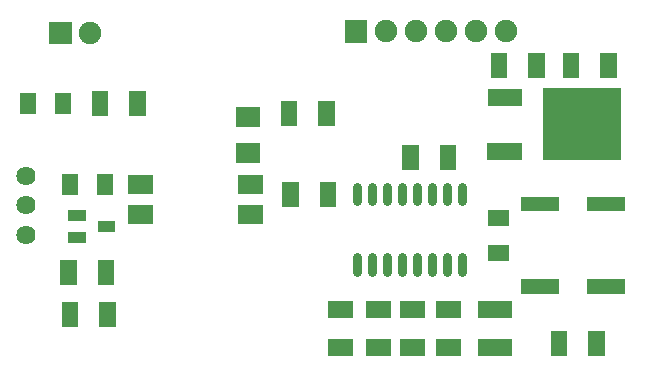
<source format=gts>
G04 Layer: TopSolderMaskLayer*
G04 EasyEDA v6.4.31, 2022-02-13 10:25:38*
G04 2d099072909c4d34a2351a6f0d7baa55,7002fc846d7841648ca5f2fac868b397,10*
G04 Gerber Generator version 0.2*
G04 Scale: 100 percent, Rotated: No, Reflected: No *
G04 Dimensions in millimeters *
G04 leading zeros omitted , absolute positions ,4 integer and 5 decimal *
%FSLAX45Y45*%
%MOMM*%

%ADD33C,0.8032*%
%ADD44C,1.9016*%
%ADD46C,1.6256*%

%LPD*%
D33*
X4940300Y7679380D02*
G01*
X4940300Y7799379D01*
X4813300Y7679380D02*
G01*
X4813300Y7799379D01*
X4686300Y7679380D02*
G01*
X4686300Y7799379D01*
X4559300Y7679380D02*
G01*
X4559300Y7799379D01*
X4432300Y7679380D02*
G01*
X4432300Y7799379D01*
X4305300Y7679380D02*
G01*
X4305300Y7799379D01*
X4178300Y7679380D02*
G01*
X4178300Y7799379D01*
X4051300Y7679380D02*
G01*
X4051300Y7799379D01*
X4940300Y7085020D02*
G01*
X4940300Y7205019D01*
X4813300Y7085020D02*
G01*
X4813300Y7205019D01*
X4686300Y7085020D02*
G01*
X4686300Y7205019D01*
X4559300Y7085020D02*
G01*
X4559300Y7205019D01*
X4432300Y7085020D02*
G01*
X4432300Y7205019D01*
X4305300Y7085020D02*
G01*
X4305300Y7205019D01*
X4178300Y7085020D02*
G01*
X4178300Y7205019D01*
X4051300Y7085020D02*
G01*
X4051300Y7205019D01*
G36*
X1491995Y8418829D02*
G01*
X1491995Y8599170D01*
X1623060Y8599170D01*
X1623060Y8418829D01*
G37*
G36*
X1196339Y8418829D02*
G01*
X1196339Y8599170D01*
X1327404Y8599170D01*
X1327404Y8418829D01*
G37*
G36*
X3402075Y8314944D02*
G01*
X3402075Y8525255D01*
X3542284Y8525255D01*
X3542284Y8314944D01*
G37*
G36*
X3722115Y8314944D02*
G01*
X3722115Y8525255D01*
X3862324Y8525255D01*
X3862324Y8314944D01*
G37*
G36*
X1801876Y8403844D02*
G01*
X1801876Y8614155D01*
X1942084Y8614155D01*
X1942084Y8403844D01*
G37*
G36*
X2121915Y8403844D02*
G01*
X2121915Y8614155D01*
X2262124Y8614155D01*
X2262124Y8403844D01*
G37*
G36*
X5154929Y7473695D02*
G01*
X5154929Y7604760D01*
X5335270Y7604760D01*
X5335270Y7473695D01*
G37*
G36*
X5154929Y7178039D02*
G01*
X5154929Y7309104D01*
X5335270Y7309104D01*
X5335270Y7178039D01*
G37*
G36*
X1551939Y7733029D02*
G01*
X1551939Y7913370D01*
X1683004Y7913370D01*
X1683004Y7733029D01*
G37*
G36*
X1847595Y7733029D02*
G01*
X1847595Y7913370D01*
X1978659Y7913370D01*
X1978659Y7733029D01*
G37*
G36*
X3806443Y6693915D02*
G01*
X3806443Y6834123D01*
X4016756Y6834123D01*
X4016756Y6693915D01*
G37*
G36*
X3806443Y6373876D02*
G01*
X3806443Y6514084D01*
X4016756Y6514084D01*
X4016756Y6373876D01*
G37*
G36*
X5625084Y8026145D02*
G01*
X5625084Y8636254D01*
X6285484Y8636254D01*
X6285484Y8026145D01*
G37*
G36*
X5155945Y8488426D02*
G01*
X5155945Y8628634D01*
X5446013Y8628634D01*
X5446013Y8488426D01*
G37*
G36*
X5151881Y8033765D02*
G01*
X5151881Y8173973D01*
X5441950Y8173973D01*
X5441950Y8033765D01*
G37*
G36*
X5074665Y6373876D02*
G01*
X5074665Y6514084D01*
X5364734Y6514084D01*
X5364734Y6373876D01*
G37*
G36*
X5074665Y6693915D02*
G01*
X5074665Y6834123D01*
X5364734Y6834123D01*
X5364734Y6693915D01*
G37*
G36*
X4123943Y6693915D02*
G01*
X4123943Y6834123D01*
X4334256Y6834123D01*
X4334256Y6693915D01*
G37*
G36*
X4123943Y6373876D02*
G01*
X4123943Y6514084D01*
X4334256Y6514084D01*
X4334256Y6373876D01*
G37*
G36*
X3734815Y7629144D02*
G01*
X3734815Y7839455D01*
X3875024Y7839455D01*
X3875024Y7629144D01*
G37*
G36*
X3414775Y7629144D02*
G01*
X3414775Y7839455D01*
X3554984Y7839455D01*
X3554984Y7629144D01*
G37*
G36*
X4750815Y7946644D02*
G01*
X4750815Y8156955D01*
X4891024Y8156955D01*
X4891024Y7946644D01*
G37*
G36*
X4430775Y7946644D02*
G01*
X4430775Y8156955D01*
X4570984Y8156955D01*
X4570984Y7946644D01*
G37*
G36*
X5500115Y8721344D02*
G01*
X5500115Y8931655D01*
X5640324Y8931655D01*
X5640324Y8721344D01*
G37*
G36*
X5180075Y8721344D02*
G01*
X5180075Y8931655D01*
X5320284Y8931655D01*
X5320284Y8721344D01*
G37*
G36*
X5439918Y7597902D02*
G01*
X5439918Y7718297D01*
X5760211Y7718297D01*
X5760211Y7597902D01*
G37*
G36*
X5999988Y7597902D02*
G01*
X5999988Y7718297D01*
X6320281Y7718297D01*
X6320281Y7597902D01*
G37*
G36*
X2109724Y7743189D02*
G01*
X2109724Y7903210D01*
X2319781Y7903210D01*
X2319781Y7743189D01*
G37*
G36*
X2109724Y7489189D02*
G01*
X2109724Y7649210D01*
X2319781Y7649210D01*
X2319781Y7489189D01*
G37*
G36*
X3039618Y7489189D02*
G01*
X3039618Y7649210D01*
X3249675Y7649210D01*
X3249675Y7489189D01*
G37*
G36*
X3039618Y7743189D02*
G01*
X3039618Y7903210D01*
X3249675Y7903210D01*
X3249675Y7743189D01*
G37*
G36*
X1855723Y7422387D02*
G01*
X1855723Y7512812D01*
X2001011Y7512812D01*
X2001011Y7422387D01*
G37*
G36*
X1605787Y7327392D02*
G01*
X1605787Y7417815D01*
X1751076Y7417815D01*
X1751076Y7327392D01*
G37*
G36*
X1605787Y7517384D02*
G01*
X1605787Y7607808D01*
X1751076Y7607808D01*
X1751076Y7517384D01*
G37*
G36*
X5439918Y6899402D02*
G01*
X5439918Y7019797D01*
X5760211Y7019797D01*
X5760211Y6899402D01*
G37*
G36*
X5999988Y6899402D02*
G01*
X5999988Y7019797D01*
X6320281Y7019797D01*
X6320281Y6899402D01*
G37*
D44*
G01*
X5308600Y9118600D03*
G01*
X5054600Y9118600D03*
G01*
X4800600Y9118600D03*
G01*
X4546600Y9118600D03*
G01*
X4292600Y9118600D03*
G36*
X3943604Y9023604D02*
G01*
X3943604Y9213595D01*
X4133595Y9213595D01*
X4133595Y9023604D01*
G37*
G01*
X1790700Y9105900D03*
G36*
X1441704Y9010904D02*
G01*
X1441704Y9200895D01*
X1631695Y9200895D01*
X1631695Y9010904D01*
G37*
G36*
X6109715Y8721344D02*
G01*
X6109715Y8931655D01*
X6249924Y8931655D01*
X6249924Y8721344D01*
G37*
G36*
X5789675Y8721344D02*
G01*
X5789675Y8931655D01*
X5929884Y8931655D01*
X5929884Y8721344D01*
G37*
G36*
X4416043Y6373876D02*
G01*
X4416043Y6514084D01*
X4626356Y6514084D01*
X4626356Y6373876D01*
G37*
G36*
X4416043Y6693915D02*
G01*
X4416043Y6834123D01*
X4626356Y6834123D01*
X4626356Y6693915D01*
G37*
G36*
X1535176Y6968744D02*
G01*
X1535176Y7179055D01*
X1675384Y7179055D01*
X1675384Y6968744D01*
G37*
G36*
X1855215Y6968744D02*
G01*
X1855215Y7179055D01*
X1995424Y7179055D01*
X1995424Y6968744D01*
G37*
G36*
X5688075Y6371844D02*
G01*
X5688075Y6582155D01*
X5828284Y6582155D01*
X5828284Y6371844D01*
G37*
G36*
X6008115Y6371844D02*
G01*
X6008115Y6582155D01*
X6148324Y6582155D01*
X6148324Y6371844D01*
G37*
G36*
X4720843Y6693915D02*
G01*
X4720843Y6834123D01*
X4931156Y6834123D01*
X4931156Y6693915D01*
G37*
G36*
X4720843Y6373876D02*
G01*
X4720843Y6514084D01*
X4931156Y6514084D01*
X4931156Y6373876D01*
G37*
G36*
X1547876Y6613144D02*
G01*
X1547876Y6823455D01*
X1688084Y6823455D01*
X1688084Y6613144D01*
G37*
G36*
X1867915Y6613144D02*
G01*
X1867915Y6823455D01*
X2008124Y6823455D01*
X2008124Y6613144D01*
G37*
D46*
G01*
X1244600Y7645374D03*
G01*
X1244600Y7895386D03*
G01*
X1244600Y7395387D03*
G36*
X3024124Y8007095D02*
G01*
X3024124Y8177529D01*
X3224275Y8177529D01*
X3224275Y8007095D01*
G37*
G36*
X3024124Y8307070D02*
G01*
X3024124Y8477504D01*
X3224275Y8477504D01*
X3224275Y8307070D01*
G37*
M02*

</source>
